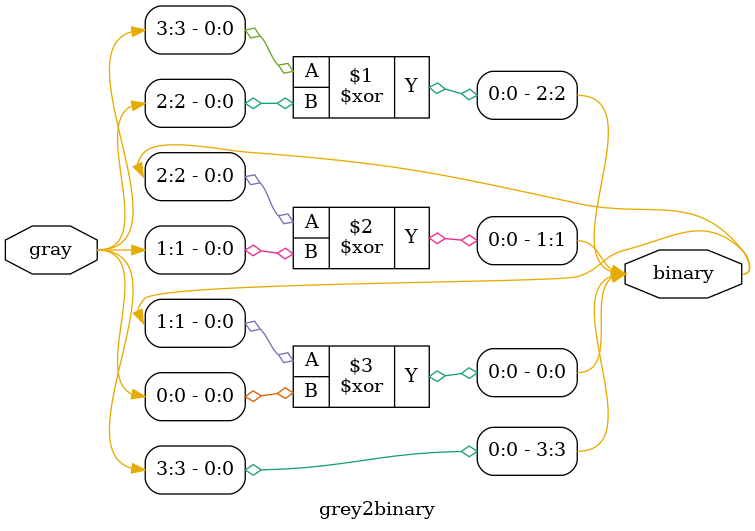
<source format=v>
`timescale 1ns / 1ps


module grey2binary(input wire [3:0]gray ,output wire [3:0]binary);
    
    assign binary[3] = gray[3];
    assign binary[2] = binary[3] ^ gray[2];
    assign binary[1] = binary[2] ^ gray[1];
    assign binary[0] = binary[1] ^ gray[0];
    
    
    
endmodule

</source>
